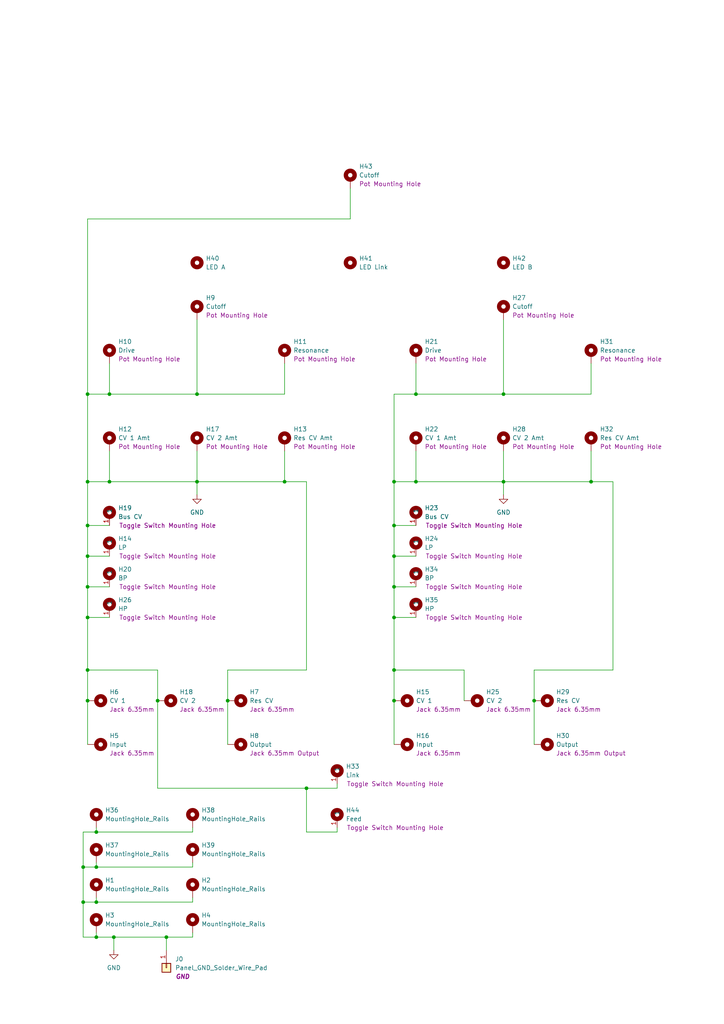
<source format=kicad_sch>
(kicad_sch (version 20231120) (generator "eeschema") (generator_version "8.0")
  (paper "A4" portrait)
  (title_block (title "Kosmo Format Front Panel - 10 cm") (company "DMH Instruments"))
  (lib_symbols
    (symbol "Mechanical:MountingHole" (pin_names (offset 1.016)) (exclude_from_sim yes) (in_bom no)
      (property "Reference" "H" (at 0 5.08 0))
      (property "Value" "MountingHole" (at 0 3.175 0))
      (symbol "MountingHole_0_1"
        (circle (center 0 0) (radius 1.27) (stroke (width 1.27)))
      )
    )
    (symbol "MountingHole_ToggleSwitch_1" (pin_names (offset 1.016)) (exclude_from_sim yes) (in_bom no)
      (property "Reference" "H" (at 0 5.08 0))
      (property "Value" "Function" (at 0 3.175 0))
      (property "Description" "Toggle Switch Mounting Hole" (at 0 0 0))
      (symbol "MountingHole_ToggleSwitch_1_0_1"
        (circle (center 0 0) (radius 1.27) (stroke (width 1.27)))
      )
      (symbol "MountingHole_ToggleSwitch_1_1_1"
        (pin input line (at 0 -3.81 90) (length 2.54) (name "1") (number "1"))
      )
    )
    (symbol "SynthStuff:MountingHole_Jack6.35mm_Output_v2" (pin_numbers hide) (pin_names (offset 1.016) hide) (exclude_from_sim yes) (in_bom no)
      (property "Reference" "H" (at 0 5.08 0))
      (property "Value" "SIGNAL NAME" (at 0 3.175 0))
      (property "Description" "Jack 6.35mm Output" (at 0.254 -3.302 0))
      (symbol "MountingHole_Jack6.35mm_Output_v2_0_1"
        (circle (center 0 0) (radius 1.27) (stroke (width 1.27)))
      )
      (symbol "MountingHole_Jack6.35mm_Output_v2_1_1"
        (pin input line (at -3.81 0 0) (length 2.54) (name "1") (number "1"))
      )
    )
    (symbol "SynthStuff:MountingHole_Jack6.35mm_v2" (pin_numbers hide) (pin_names (offset 1.016) hide) (exclude_from_sim yes) (in_bom no)
      (property "Reference" "H" (at 0 5.08 0))
      (property "Value" "SIGNAL NAME" (at 0 3.175 0))
      (property "Description" "Jack 6.35mm" (at 0 -3.048 0))
      (symbol "MountingHole_Jack6.35mm_v2_0_1"
        (circle (center 0 0) (radius 1.27) (stroke (width 1.27)))
      )
      (symbol "MountingHole_Jack6.35mm_v2_1_1"
        (pin input line (at -3.81 0 0) (length 2.54) (name "1") (number "1"))
      )
    )
    (symbol "SynthStuff:MountingHole_Pot" (pin_numbers hide) (pin_names (offset 1.016) hide) (exclude_from_sim yes) (in_bom no)
      (property "Reference" "H" (at 0 6.35 0))
      (property "Value" "Function" (at 0 4.445 0))
      (property "Description" "Pot Mounting Hole" (at 0 0 0))
      (symbol "MountingHole_Pot_0_1"
        (circle (center 0 1.27) (radius 1.27) (stroke (width 1.27)))
      )
      (symbol "MountingHole_Pot_1_1"
        (pin input line (at 0 -2.54 90) (length 2.54) (name "1") (number "1"))
      )
    )
    (symbol "SynthStuff:MountingHole_Rails" (pin_numbers hide) (pin_names (offset 1.016) hide) (exclude_from_sim yes) (in_bom no)
      (property "Reference" "H" (at 0 6.35 0))
      (property "Value" "MountingHole_Rails" (at 0 4.445 0))
      (symbol "MountingHole_Rails_0_1"
        (circle (center 0 1.27) (radius 1.27) (stroke (width 1.27)))
      )
      (symbol "MountingHole_Rails_1_1"
        (pin input line (at 0 -2.54 90) (length 2.54) (name "1") (number "1"))
      )
    )
    (symbol "SynthStuff:Panel_GND_Solder_Wire_Pad" (pin_names (offset 1.016) hide) (in_bom no)
      (property "Reference" "J" (at 0 2.54 0))
      (property "Value" "Panel_GND_Solder_Wire_Pad" (at 0 -5.08 0))
      (property "Function" "Panel GND" (at 0 -2.794 0))
      (symbol "Panel_GND_Solder_Wire_Pad_1_1"
        (rectangle (start -1.27 0.127) (end 0 -0.127) (stroke (width 0.1524)))
        (rectangle (start -1.27 1.27) (end 1.27 -1.27) (stroke (width 0.254)) (fill (type background)))
        (pin power_out line (at -5.08 0 0) (length 3.81) (name "Pin_1") (number "1"))
      )
    )
    (symbol "power:GND" (power) (pin_numbers hide) (pin_names (offset 0) hide)
      (property "Value" "GND" (at 0 -3.81 0))
      (symbol "GND_0_1"
        (polyline (pts (xy 0 0) (xy 0 -1.27) (xy 1.27 -1.27) (xy 0 -2.54) (xy -1.27 -1.27) (xy 0 -1.27)))
      )
      (symbol "GND_1_1"
        (pin power_in line (at 0 0 270) (length 0) (name "~") (number "1"))
      )
    )
  )
  (junction (at 114.3 139.7))
  (junction (at 25.4 139.7))
  (junction (at 25.4 114.3))
  (junction (at 88.9 228.6))
  (junction (at 27.94 241.3))
  (junction (at 57.15 114.3))
  (junction (at 25.4 152.4))
  (junction (at 27.94 251.46))
  (junction (at 171.45 139.7))
  (junction (at 114.3 194.31))
  (junction (at 25.4 203.2))
  (junction (at 120.65 114.3))
  (junction (at 114.3 161.29))
  (junction (at 25.4 179.07))
  (junction (at 114.3 170.18))
  (junction (at 114.3 152.4))
  (junction (at 31.75 114.3))
  (junction (at 45.72 203.2))
  (junction (at 146.05 139.7))
  (junction (at 146.05 114.3))
  (junction (at 120.65 139.7))
  (junction (at 66.04 203.2))
  (junction (at 27.94 271.78))
  (junction (at 57.15 139.7))
  (junction (at 114.3 179.07))
  (junction (at 33.02 271.78))
  (junction (at 25.4 161.29))
  (junction (at 114.3 203.2))
  (junction (at 48.26 271.78))
  (junction (at 27.94 261.62))
  (junction (at 25.4 170.18))
  (junction (at 25.4 194.31))
  (junction (at 154.94 203.2))
  (junction (at 24.13 251.46))
  (junction (at 31.75 139.7))
  (junction (at 24.13 261.62))
  (junction (at 82.55 139.7))
  (wire (pts (xy 57.15 114.3) (xy 82.55 114.3)))
  (wire (pts (xy 114.3 139.7) (xy 120.65 139.7)))
  (wire (pts (xy 27.94 241.3) (xy 27.94 240.03)))
  (wire (pts (xy 55.88 270.51) (xy 55.88 271.78)))
  (wire (pts (xy 24.13 251.46) (xy 24.13 261.62)))
  (wire (pts (xy 24.13 241.3) (xy 27.94 241.3)))
  (wire (pts (xy 25.4 161.29) (xy 25.4 152.4)))
  (wire (pts (xy 114.3 152.4) (xy 120.65 152.4)))
  (wire (pts (xy 82.55 105.41) (xy 82.55 114.3)))
  (wire (pts (xy 31.75 105.41) (xy 31.75 114.3)))
  (wire (pts (xy 88.9 194.31) (xy 88.9 139.7)))
  (wire (pts (xy 27.94 261.62) (xy 55.88 261.62)))
  (wire (pts (xy 27.94 271.78) (xy 27.94 270.51)))
  (wire (pts (xy 45.72 203.2) (xy 45.72 194.31)))
  (wire (pts (xy 114.3 194.31) (xy 134.62 194.31)))
  (wire (pts (xy 57.15 139.7) (xy 57.15 143.51)))
  (wire (pts (xy 27.94 251.46) (xy 55.88 251.46)))
  (wire (pts (xy 66.04 215.9) (xy 66.04 203.2)))
  (wire (pts (xy 24.13 271.78) (xy 27.94 271.78)))
  (wire (pts (xy 101.6 54.61) (xy 101.6 63.5)))
  (wire (pts (xy 25.4 170.18) (xy 25.4 179.07)))
  (wire (pts (xy 25.4 161.29) (xy 31.75 161.29)))
  (wire (pts (xy 57.15 139.7) (xy 82.55 139.7)))
  (wire (pts (xy 82.55 139.7) (xy 88.9 139.7)))
  (wire (pts (xy 97.79 228.6) (xy 88.9 228.6)))
  (wire (pts (xy 27.94 251.46) (xy 27.94 250.19)))
  (wire (pts (xy 48.26 271.78) (xy 48.26 275.59)))
  (wire (pts (xy 146.05 92.71) (xy 146.05 114.3)))
  (wire (pts (xy 97.79 227.33) (xy 97.79 228.6)))
  (wire (pts (xy 101.6 63.5) (xy 25.4 63.5)))
  (wire (pts (xy 25.4 114.3) (xy 25.4 139.7)))
  (wire (pts (xy 146.05 139.7) (xy 146.05 143.51)))
  (wire (pts (xy 82.55 130.81) (xy 82.55 139.7)))
  (wire (pts (xy 114.3 203.2) (xy 114.3 194.31)))
  (wire (pts (xy 25.4 194.31) (xy 45.72 194.31)))
  (wire (pts (xy 24.13 241.3) (xy 24.13 251.46)))
  (wire (pts (xy 55.88 240.03) (xy 55.88 241.3)))
  (wire (pts (xy 25.4 152.4) (xy 31.75 152.4)))
  (wire (pts (xy 177.8 194.31) (xy 177.8 139.7)))
  (wire (pts (xy 114.3 170.18) (xy 114.3 179.07)))
  (wire (pts (xy 25.4 179.07) (xy 25.4 194.31)))
  (wire (pts (xy 25.4 152.4) (xy 25.4 139.7)))
  (wire (pts (xy 57.15 92.71) (xy 57.15 114.3)))
  (wire (pts (xy 120.65 114.3) (xy 114.3 114.3)))
  (wire (pts (xy 25.4 161.29) (xy 25.4 170.18)))
  (wire (pts (xy 154.94 194.31) (xy 177.8 194.31)))
  (wire (pts (xy 88.9 228.6) (xy 88.9 241.3)))
  (wire (pts (xy 24.13 251.46) (xy 27.94 251.46)))
  (wire (pts (xy 24.13 261.62) (xy 27.94 261.62)))
  (wire (pts (xy 57.15 130.81) (xy 57.15 139.7)))
  (wire (pts (xy 120.65 139.7) (xy 146.05 139.7)))
  (wire (pts (xy 171.45 130.81) (xy 171.45 139.7)))
  (wire (pts (xy 134.62 203.2) (xy 134.62 194.31)))
  (wire (pts (xy 33.02 271.78) (xy 33.02 275.59)))
  (wire (pts (xy 24.13 261.62) (xy 24.13 271.78)))
  (wire (pts (xy 114.3 179.07) (xy 114.3 194.31)))
  (wire (pts (xy 55.88 260.35) (xy 55.88 261.62)))
  (wire (pts (xy 120.65 114.3) (xy 146.05 114.3)))
  (wire (pts (xy 25.4 215.9) (xy 25.4 203.2)))
  (wire (pts (xy 25.4 170.18) (xy 31.75 170.18)))
  (wire (pts (xy 31.75 139.7) (xy 57.15 139.7)))
  (wire (pts (xy 25.4 139.7) (xy 31.75 139.7)))
  (wire (pts (xy 114.3 179.07) (xy 120.65 179.07)))
  (wire (pts (xy 31.75 114.3) (xy 25.4 114.3)))
  (wire (pts (xy 146.05 139.7) (xy 171.45 139.7)))
  (wire (pts (xy 114.3 161.29) (xy 120.65 161.29)))
  (wire (pts (xy 27.94 261.62) (xy 27.94 260.35)))
  (wire (pts (xy 88.9 228.6) (xy 45.72 228.6)))
  (wire (pts (xy 114.3 152.4) (xy 114.3 139.7)))
  (wire (pts (xy 27.94 241.3) (xy 55.88 241.3)))
  (wire (pts (xy 55.88 250.19) (xy 55.88 251.46)))
  (wire (pts (xy 45.72 203.2) (xy 45.72 228.6)))
  (wire (pts (xy 146.05 114.3) (xy 171.45 114.3)))
  (wire (pts (xy 114.3 114.3) (xy 114.3 139.7)))
  (wire (pts (xy 171.45 105.41) (xy 171.45 114.3)))
  (wire (pts (xy 25.4 63.5) (xy 25.4 114.3)))
  (wire (pts (xy 97.79 240.03) (xy 97.79 241.3)))
  (wire (pts (xy 146.05 130.81) (xy 146.05 139.7)))
  (wire (pts (xy 66.04 194.31) (xy 88.9 194.31)))
  (wire (pts (xy 48.26 271.78) (xy 55.88 271.78)))
  (wire (pts (xy 154.94 215.9) (xy 154.94 203.2)))
  (wire (pts (xy 114.3 215.9) (xy 114.3 203.2)))
  (wire (pts (xy 114.3 170.18) (xy 120.65 170.18)))
  (wire (pts (xy 114.3 161.29) (xy 114.3 152.4)))
  (wire (pts (xy 25.4 203.2) (xy 25.4 194.31)))
  (wire (pts (xy 66.04 203.2) (xy 66.04 194.31)))
  (wire (pts (xy 120.65 130.81) (xy 120.65 139.7)))
  (wire (pts (xy 27.94 271.78) (xy 33.02 271.78)))
  (wire (pts (xy 31.75 130.81) (xy 31.75 139.7)))
  (wire (pts (xy 171.45 139.7) (xy 177.8 139.7)))
  (wire (pts (xy 25.4 179.07) (xy 31.75 179.07)))
  (wire (pts (xy 31.75 114.3) (xy 57.15 114.3)))
  (wire (pts (xy 114.3 161.29) (xy 114.3 170.18)))
  (wire (pts (xy 120.65 105.41) (xy 120.65 114.3)))
  (wire (pts (xy 154.94 203.2) (xy 154.94 194.31)))
  (wire (pts (xy 97.79 241.3) (xy 88.9 241.3)))
  (wire (pts (xy 33.02 271.78) (xy 48.26 271.78)))
  (symbol (lib_name "MountingHole_ToggleSwitch_1") (lib_id "SynthStuff:MountingHole_ToggleSwitch") (at 120.65 148.59 0) (unit 1) (exclude_from_sim yes) (in_bom no)
    (property "Reference" "H23" (at 123.19 147.3199 0) (effects (justify left)))
    (property "Value" "Bus CV" (at 123.19 149.8599 0) (effects (justify left)))
    (property "Footprint" "SynthStuff:Toggle_Switch_Cutout" (effects (hide yes)))
    (property "Description" "Toggle Switch Mounting Hole" (at 123.444 152.4 0) (effects (justify left)))
    (property "Function" "Bus CV" (effects (hide yes)))
  )
  (symbol (lib_id "power:GND") (at 57.15 143.51 0) (unit 1)
    (property "Reference" "#PWR02" (effects (hide yes)))
    (property "Value" "GND" (at 57.15 148.59 0))
    (property "Description" "Power symbol creates a global label with name \"GND\" , ground" (effects (hide yes)))
  )
  (symbol (lib_id "SynthStuff:MountingHole_Pot") (at 120.65 102.87 0) (unit 1) (exclude_from_sim yes) (in_bom no)
    (property "Reference" "H21" (at 123.19 99.0599 0) (effects (justify left)))
    (property "Value" "Drive" (at 123.19 101.5999 0) (effects (justify left)))
    (property "Footprint" "SynthStuff:Pot_Cutout_Small" (effects (hide yes)))
    (property "Description" "Pot Mounting Hole" (at 123.19 104.1399 0) (effects (justify left)))
  )
  (symbol (lib_id "SynthStuff:MountingHole_Rails") (at 55.88 257.81 0) (unit 1) (exclude_from_sim yes) (in_bom no)
    (property "Reference" "H2" (at 58.42 255.2699 0) (effects (justify left)))
    (property "Value" "MountingHole_Rails" (at 58.42 257.8099 0) (effects (justify left)))
    (property "Footprint" "SynthStuff:MountingHole_Rails" (effects (hide yes)))
    (property "Description" "Mounting Hole with connection" (effects (hide yes)))
  )
  (symbol (lib_id "SynthStuff:MountingHole_Pot") (at 82.55 102.87 0) (unit 1) (exclude_from_sim yes) (in_bom no)
    (property "Reference" "H11" (at 85.09 99.0599 0) (effects (justify left)))
    (property "Value" "Resonance" (at 85.09 101.5999 0) (effects (justify left)))
    (property "Footprint" "SynthStuff:Pot_Cutout_Small" (effects (hide yes)))
    (property "Description" "Pot Mounting Hole" (at 85.09 104.1399 0) (effects (justify left)))
  )
  (symbol (lib_id "SynthStuff:MountingHole_Pot") (at 120.65 128.27 0) (unit 1) (exclude_from_sim yes) (in_bom no)
    (property "Reference" "H22" (at 123.19 124.4599 0) (effects (justify left)))
    (property "Value" "CV 1 Amt" (at 123.19 126.9999 0) (effects (justify left)))
    (property "Footprint" "SynthStuff:Pot_Cutout_Tiny_attv" (effects (hide yes)))
    (property "Description" "Pot Mounting Hole" (at 123.19 129.5399 0) (effects (justify left)))
  )
  (symbol (lib_id "SynthStuff:MountingHole_Jack6.35mm_v2") (at 138.43 203.2 0) (unit 1) (exclude_from_sim yes) (in_bom no)
    (property "Reference" "H25" (at 140.97 200.6599 0) (effects (justify left)))
    (property "Value" "CV 2" (at 140.97 203.1999 0) (effects (justify left)))
    (property "Footprint" "SynthStuff:Jack_6.35mm_Cutout_v3" (effects (hide yes)))
    (property "Description" "Jack 6.35mm" (at 140.97 205.7399 0) (effects (justify left)))
  )
  (symbol (lib_id "SynthStuff:MountingHole_Jack6.35mm_v2") (at 69.85 203.2 0) (unit 1) (exclude_from_sim yes) (in_bom no)
    (property "Reference" "H7" (at 72.39 200.6599 0) (effects (justify left)))
    (property "Value" "Res CV" (at 72.39 203.1999 0) (effects (justify left)))
    (property "Footprint" "SynthStuff:Jack_6.35mm_Cutout_v3" (effects (hide yes)))
    (property "Description" "Jack 6.35mm" (at 72.39 205.7399 0) (effects (justify left)))
  )
  (symbol (lib_id "SynthStuff:MountingHole_Rails") (at 27.94 237.49 0) (unit 1) (exclude_from_sim yes) (in_bom no)
    (property "Reference" "H36" (at 30.48 234.9499 0) (effects (justify left)))
    (property "Value" "MountingHole_Rails" (at 30.48 237.4899 0) (effects (justify left)))
    (property "Footprint" "SynthStuff:MountingHole_Rails" (effects (hide yes)))
    (property "Description" "Mounting Hole with connection" (effects (hide yes)))
  )
  (symbol (lib_id "SynthStuff:MountingHole_Pot") (at 101.6 52.07 0) (unit 1) (exclude_from_sim yes) (in_bom no)
    (property "Reference" "H43" (at 104.14 48.2599 0) (effects (justify left)))
    (property "Value" "Cutoff" (at 104.14 50.7999 0) (effects (justify left)))
    (property "Footprint" "SynthStuff:Pot_Cutout_Huge_v2" (effects (hide yes)))
    (property "Description" "Pot Mounting Hole" (at 104.14 53.3399 0) (effects (justify left)))
  )
  (symbol (lib_name "MountingHole_ToggleSwitch_1") (lib_id "SynthStuff:MountingHole_ToggleSwitch") (at 31.75 175.26 0) (unit 1) (exclude_from_sim yes) (in_bom no)
    (property "Reference" "H26" (at 34.29 173.9899 0) (effects (justify left)))
    (property "Value" "HP" (at 34.29 176.5299 0) (effects (justify left)))
    (property "Footprint" "SynthStuff:Toggle_Switch_Cutout" (effects (hide yes)))
    (property "Description" "Toggle Switch Mounting Hole" (at 34.544 179.07 0) (effects (justify left)))
    (property "Function" "LP" (effects (hide yes)))
  )
  (symbol (lib_id "SynthStuff:MountingHole_Pot") (at 171.45 128.27 0) (unit 1) (exclude_from_sim yes) (in_bom no)
    (property "Reference" "H32" (at 173.99 124.4599 0) (effects (justify left)))
    (property "Value" "Res CV Amt" (at 173.99 126.9999 0) (effects (justify left)))
    (property "Footprint" "SynthStuff:Pot_Cutout_Tiny_attv" (effects (hide yes)))
    (property "Description" "Pot Mounting Hole" (at 173.99 129.5399 0) (effects (justify left)))
  )
  (symbol (lib_name "MountingHole_ToggleSwitch_1") (lib_id "SynthStuff:MountingHole_ToggleSwitch") (at 31.75 148.59 0) (unit 1) (exclude_from_sim yes) (in_bom no)
    (property "Reference" "H19" (at 34.29 147.3199 0) (effects (justify left)))
    (property "Value" "Bus CV" (at 34.29 149.8599 0) (effects (justify left)))
    (property "Footprint" "SynthStuff:Toggle_Switch_Cutout" (effects (hide yes)))
    (property "Description" "Toggle Switch Mounting Hole" (at 34.544 152.4 0) (effects (justify left)))
    (property "Function" "Bus CV" (effects (hide yes)))
  )
  (symbol (lib_name "MountingHole_ToggleSwitch_1") (lib_id "SynthStuff:MountingHole_ToggleSwitch") (at 97.79 223.52 0) (unit 1) (exclude_from_sim yes) (in_bom no)
    (property "Reference" "H33" (at 100.33 222.2499 0) (effects (justify left)))
    (property "Value" "Link" (at 100.33 224.7899 0) (effects (justify left)))
    (property "Footprint" "SynthStuff:Toggle_Switch_Cutout" (effects (hide yes)))
    (property "Description" "Toggle Switch Mounting Hole" (at 100.584 227.33 0) (effects (justify left)))
    (property "Function" "Bus CV" (effects (hide yes)))
  )
  (symbol (lib_id "SynthStuff:MountingHole_Pot") (at 57.15 90.17 0) (unit 1) (exclude_from_sim yes) (in_bom no)
    (property "Reference" "H9" (at 59.69 86.3599 0) (effects (justify left)))
    (property "Value" "Cutoff" (at 59.69 88.8999 0) (effects (justify left)))
    (property "Footprint" "SynthStuff:Pot_Cutout_Medium_v2" (effects (hide yes)))
    (property "Description" "Pot Mounting Hole" (at 59.69 91.4399 0) (effects (justify left)))
  )
  (symbol (lib_id "SynthStuff:MountingHole_Pot") (at 31.75 128.27 0) (unit 1) (exclude_from_sim yes) (in_bom no)
    (property "Reference" "H12" (at 34.29 124.4599 0) (effects (justify left)))
    (property "Value" "CV 1 Amt" (at 34.29 126.9999 0) (effects (justify left)))
    (property "Footprint" "SynthStuff:Pot_Cutout_Tiny_attv" (effects (hide yes)))
    (property "Description" "Pot Mounting Hole" (at 34.29 129.5399 0) (effects (justify left)))
  )
  (symbol (lib_id "SynthStuff:MountingHole_Pot") (at 82.55 128.27 0) (unit 1) (exclude_from_sim yes) (in_bom no)
    (property "Reference" "H13" (at 85.09 124.4599 0) (effects (justify left)))
    (property "Value" "Res CV Amt" (at 85.09 126.9999 0) (effects (justify left)))
    (property "Footprint" "SynthStuff:Pot_Cutout_Tiny_attv" (effects (hide yes)))
    (property "Description" "Pot Mounting Hole" (at 85.09 129.5399 0) (effects (justify left)))
  )
  (symbol (lib_id "SynthStuff:MountingHole_Rails") (at 55.88 247.65 0) (unit 1) (exclude_from_sim yes) (in_bom no)
    (property "Reference" "H39" (at 58.42 245.1099 0) (effects (justify left)))
    (property "Value" "MountingHole_Rails" (at 58.42 247.6499 0) (effects (justify left)))
    (property "Footprint" "SynthStuff:MountingHole_Rails" (effects (hide yes)))
    (property "Description" "Mounting Hole with connection" (effects (hide yes)))
  )
  (symbol (lib_id "power:GND") (at 146.05 143.51 0) (unit 1)
    (property "Reference" "#PWR03" (effects (hide yes)))
    (property "Value" "GND" (at 146.05 148.59 0))
    (property "Description" "Power symbol creates a global label with name \"GND\" , ground" (effects (hide yes)))
  )
  (symbol (lib_id "power:GND") (at 33.02 275.59 0) (unit 1)
    (property "Reference" "#PWR01" (effects (hide yes)))
    (property "Value" "GND" (at 33.02 280.67 0))
    (property "Description" "Power symbol creates a global label with name \"GND\" , ground" (effects (hide yes)))
  )
  (symbol (lib_id "SynthStuff:MountingHole_Jack6.35mm_v2") (at 118.11 203.2 0) (unit 1) (exclude_from_sim yes) (in_bom no)
    (property "Reference" "H15" (at 120.65 200.6599 0) (effects (justify left)))
    (property "Value" "CV 1" (at 120.65 203.1999 0) (effects (justify left)))
    (property "Footprint" "SynthStuff:Jack_6.35mm_Cutout_v3" (effects (hide yes)))
    (property "Description" "Jack 6.35mm" (at 120.65 205.7399 0) (effects (justify left)))
  )
  (symbol (lib_name "MountingHole_ToggleSwitch_1") (lib_id "SynthStuff:MountingHole_ToggleSwitch") (at 31.75 157.48 0) (unit 1) (exclude_from_sim yes) (in_bom no)
    (property "Reference" "H14" (at 34.29 156.2099 0) (effects (justify left)))
    (property "Value" "LP" (at 34.29 158.7499 0) (effects (justify left)))
    (property "Footprint" "SynthStuff:Toggle_Switch_Cutout" (effects (hide yes)))
    (property "Description" "Toggle Switch Mounting Hole" (at 34.544 161.29 0) (effects (justify left)))
    (property "Function" "LP" (effects (hide yes)))
  )
  (symbol (lib_id "SynthStuff:MountingHole_Jack6.35mm_v2") (at 29.21 215.9 0) (unit 1) (exclude_from_sim yes) (in_bom no)
    (property "Reference" "H5" (at 31.75 213.3599 0) (effects (justify left)))
    (property "Value" "Input" (at 31.75 215.8999 0) (effects (justify left)))
    (property "Footprint" "SynthStuff:Jack_6.35mm_Cutout_v3" (effects (hide yes)))
    (property "Description" "Jack 6.35mm" (at 31.75 218.4399 0) (effects (justify left)))
  )
  (symbol (lib_id "Mechanical:MountingHole") (at 146.05 76.2 0) (unit 1) (exclude_from_sim yes) (in_bom no)
    (property "Reference" "H42" (at 148.59 74.9299 0) (effects (justify left)))
    (property "Value" "LED B" (at 148.59 77.4699 0) (effects (justify left)))
    (property "Footprint" "SynthStuff:MountingHole_LED_3mm" (effects (hide yes)))
    (property "Description" "Mounting Hole without connection" (effects (hide yes)))
  )
  (symbol (lib_id "Mechanical:MountingHole") (at 101.6 76.2 0) (unit 1) (exclude_from_sim yes) (in_bom no)
    (property "Reference" "H41" (at 104.14 74.9299 0) (effects (justify left)))
    (property "Value" "LED Link" (at 104.14 77.4699 0) (effects (justify left)))
    (property "Footprint" "SynthStuff:MountingHole_LED_3mm" (effects (hide yes)))
    (property "Description" "Mounting Hole without connection" (effects (hide yes)))
  )
  (symbol (lib_id "SynthStuff:MountingHole_Jack6.35mm_Output_v2") (at 158.75 215.9 0) (unit 1) (exclude_from_sim yes) (in_bom no)
    (property "Reference" "H30" (at 161.29 213.3599 0) (effects (justify left)))
    (property "Value" "Output" (at 161.29 215.8999 0) (effects (justify left)))
    (property "Footprint" "SynthStuff:Jack_6.35mm_Cutout_Output_v6" (effects (hide yes)))
    (property "Description" "Jack 6.35mm Output" (at 161.29 218.4399 0) (effects (justify left)))
  )
  (symbol (lib_name "MountingHole_ToggleSwitch_1") (lib_id "SynthStuff:MountingHole_ToggleSwitch") (at 120.65 166.37 0) (unit 1) (exclude_from_sim yes) (in_bom no)
    (property "Reference" "H34" (at 123.19 165.0999 0) (effects (justify left)))
    (property "Value" "BP" (at 123.19 167.6399 0) (effects (justify left)))
    (property "Footprint" "SynthStuff:Toggle_Switch_Cutout" (effects (hide yes)))
    (property "Description" "Toggle Switch Mounting Hole" (at 123.444 170.18 0) (effects (justify left)))
    (property "Function" "LP" (effects (hide yes)))
  )
  (symbol (lib_id "Mechanical:MountingHole") (at 57.15 76.2 0) (unit 1) (exclude_from_sim yes) (in_bom no)
    (property "Reference" "H40" (at 59.69 74.9299 0) (effects (justify left)))
    (property "Value" "LED A" (at 59.69 77.4699 0) (effects (justify left)))
    (property "Footprint" "SynthStuff:MountingHole_LED_3mm" (effects (hide yes)))
    (property "Description" "Mounting Hole without connection" (effects (hide yes)))
  )
  (symbol (lib_name "MountingHole_ToggleSwitch_1") (lib_id "SynthStuff:MountingHole_ToggleSwitch") (at 97.79 236.22 0) (unit 1) (exclude_from_sim yes) (in_bom no)
    (property "Reference" "H44" (at 100.33 234.9499 0) (effects (justify left)))
    (property "Value" "Feed" (at 100.33 237.4899 0) (effects (justify left)))
    (property "Footprint" "SynthStuff:Toggle_Switch_Cutout" (effects (hide yes)))
    (property "Description" "Toggle Switch Mounting Hole" (at 100.584 240.03 0) (effects (justify left)))
    (property "Function" "Bus CV" (effects (hide yes)))
  )
  (symbol (lib_id "SynthStuff:MountingHole_Rails") (at 27.94 247.65 0) (unit 1) (exclude_from_sim yes) (in_bom no)
    (property "Reference" "H37" (at 30.48 245.1099 0) (effects (justify left)))
    (property "Value" "MountingHole_Rails" (at 30.48 247.6499 0) (effects (justify left)))
    (property "Footprint" "SynthStuff:MountingHole_Rails" (effects (hide yes)))
    (property "Description" "Mounting Hole with connection" (effects (hide yes)))
  )
  (symbol (lib_id "SynthStuff:MountingHole_Rails") (at 55.88 237.49 0) (unit 1) (exclude_from_sim yes) (in_bom no)
    (property "Reference" "H38" (at 58.42 234.9499 0) (effects (justify left)))
    (property "Value" "MountingHole_Rails" (at 58.42 237.4899 0) (effects (justify left)))
    (property "Footprint" "SynthStuff:MountingHole_Rails" (effects (hide yes)))
    (property "Description" "Mounting Hole with connection" (effects (hide yes)))
  )
  (symbol (lib_id "SynthStuff:MountingHole_Rails") (at 27.94 267.97 0) (unit 1) (exclude_from_sim yes) (in_bom no)
    (property "Reference" "H3" (at 30.48 265.4299 0) (effects (justify left)))
    (property "Value" "MountingHole_Rails" (at 30.48 267.9699 0) (effects (justify left)))
    (property "Footprint" "SynthStuff:MountingHole_Rails" (effects (hide yes)))
    (property "Description" "Mounting Hole with connection" (effects (hide yes)))
  )
  (symbol (lib_id "SynthStuff:MountingHole_Jack6.35mm_Output_v2") (at 69.85 215.9 0) (unit 1) (exclude_from_sim yes) (in_bom no)
    (property "Reference" "H8" (at 72.39 213.3599 0) (effects (justify left)))
    (property "Value" "Output" (at 72.39 215.8999 0) (effects (justify left)))
    (property "Footprint" "SynthStuff:Jack_6.35mm_Cutout_Output_v6" (effects (hide yes)))
    (property "Description" "Jack 6.35mm Output" (at 72.39 218.4399 0) (effects (justify left)))
  )
  (symbol (lib_id "SynthStuff:MountingHole_Pot") (at 57.15 128.27 0) (unit 1) (exclude_from_sim yes) (in_bom no)
    (property "Reference" "H17" (at 59.69 124.4599 0) (effects (justify left)))
    (property "Value" "CV 2 Amt" (at 59.69 126.9999 0) (effects (justify left)))
    (property "Footprint" "SynthStuff:Pot_Cutout_Tiny_attv" (effects (hide yes)))
    (property "Description" "Pot Mounting Hole" (at 59.69 129.5399 0) (effects (justify left)))
  )
  (symbol (lib_name "MountingHole_ToggleSwitch_1") (lib_id "SynthStuff:MountingHole_ToggleSwitch") (at 120.65 157.48 0) (unit 1) (exclude_from_sim yes) (in_bom no)
    (property "Reference" "H24" (at 123.19 156.2099 0) (effects (justify left)))
    (property "Value" "LP" (at 123.19 158.7499 0) (effects (justify left)))
    (property "Footprint" "SynthStuff:Toggle_Switch_Cutout" (effects (hide yes)))
    (property "Description" "Toggle Switch Mounting Hole" (at 123.444 161.29 0) (effects (justify left)))
    (property "Function" "LP" (effects (hide yes)))
  )
  (symbol (lib_id "SynthStuff:MountingHole_Pot") (at 171.45 102.87 0) (unit 1) (exclude_from_sim yes) (in_bom no)
    (property "Reference" "H31" (at 173.99 99.0599 0) (effects (justify left)))
    (property "Value" "Resonance" (at 173.99 101.5999 0) (effects (justify left)))
    (property "Footprint" "SynthStuff:Pot_Cutout_Small" (effects (hide yes)))
    (property "Description" "Pot Mounting Hole" (at 173.99 104.1399 0) (effects (justify left)))
  )
  (symbol (lib_name "MountingHole_ToggleSwitch_1") (lib_id "SynthStuff:MountingHole_ToggleSwitch") (at 31.75 166.37 0) (unit 1) (exclude_from_sim yes) (in_bom no)
    (property "Reference" "H20" (at 34.29 165.0999 0) (effects (justify left)))
    (property "Value" "BP" (at 34.29 167.6399 0) (effects (justify left)))
    (property "Footprint" "SynthStuff:Toggle_Switch_Cutout" (effects (hide yes)))
    (property "Description" "Toggle Switch Mounting Hole" (at 34.544 170.18 0) (effects (justify left)))
    (property "Function" "LP" (effects (hide yes)))
  )
  (symbol (lib_id "SynthStuff:MountingHole_Pot") (at 146.05 128.27 0) (unit 1) (exclude_from_sim yes) (in_bom no)
    (property "Reference" "H28" (at 148.59 124.4599 0) (effects (justify left)))
    (property "Value" "CV 2 Amt" (at 148.59 126.9999 0) (effects (justify left)))
    (property "Footprint" "SynthStuff:Pot_Cutout_Tiny_attv" (effects (hide yes)))
    (property "Description" "Pot Mounting Hole" (at 148.59 129.5399 0) (effects (justify left)))
  )
  (symbol (lib_id "SynthStuff:MountingHole_Jack6.35mm_v2") (at 158.75 203.2 0) (unit 1) (exclude_from_sim yes) (in_bom no)
    (property "Reference" "H29" (at 161.29 200.6599 0) (effects (justify left)))
    (property "Value" "Res CV" (at 161.29 203.1999 0) (effects (justify left)))
    (property "Footprint" "SynthStuff:Jack_6.35mm_Cutout_v3" (effects (hide yes)))
    (property "Description" "Jack 6.35mm" (at 161.29 205.7399 0) (effects (justify left)))
  )
  (symbol (lib_id "SynthStuff:MountingHole_Pot") (at 146.05 90.17 0) (unit 1) (exclude_from_sim yes) (in_bom no)
    (property "Reference" "H27" (at 148.59 86.3599 0) (effects (justify left)))
    (property "Value" "Cutoff" (at 148.59 88.8999 0) (effects (justify left)))
    (property "Footprint" "SynthStuff:Pot_Cutout_Medium_v2" (effects (hide yes)))
    (property "Description" "Pot Mounting Hole" (at 148.59 91.4399 0) (effects (justify left)))
  )
  (symbol (lib_id "SynthStuff:MountingHole_Jack6.35mm_v2") (at 49.53 203.2 0) (unit 1) (exclude_from_sim yes) (in_bom no)
    (property "Reference" "H18" (at 52.07 200.6599 0) (effects (justify left)))
    (property "Value" "CV 2" (at 52.07 203.1999 0) (effects (justify left)))
    (property "Footprint" "SynthStuff:Jack_6.35mm_Cutout_v3" (effects (hide yes)))
    (property "Description" "Jack 6.35mm" (at 52.07 205.7399 0) (effects (justify left)))
  )
  (symbol (lib_id "SynthStuff:MountingHole_Pot") (at 31.75 102.87 0) (unit 1) (exclude_from_sim yes) (in_bom no)
    (property "Reference" "H10" (at 34.29 99.0599 0) (effects (justify left)))
    (property "Value" "Drive" (at 34.29 101.5999 0) (effects (justify left)))
    (property "Footprint" "SynthStuff:Pot_Cutout_Small" (effects (hide yes)))
    (property "Description" "Pot Mounting Hole" (at 34.29 104.1399 0) (effects (justify left)))
  )
  (symbol (lib_id "SynthStuff:MountingHole_Jack6.35mm_v2") (at 118.11 215.9 0) (unit 1) (exclude_from_sim yes) (in_bom no)
    (property "Reference" "H16" (at 120.65 213.3599 0) (effects (justify left)))
    (property "Value" "Input" (at 120.65 215.8999 0) (effects (justify left)))
    (property "Footprint" "SynthStuff:Jack_6.35mm_Cutout_v3" (effects (hide yes)))
    (property "Description" "Jack 6.35mm" (at 120.65 218.4399 0) (effects (justify left)))
  )
  (symbol (lib_id "SynthStuff:MountingHole_Rails") (at 55.88 267.97 0) (unit 1) (exclude_from_sim yes) (in_bom no)
    (property "Reference" "H4" (at 58.42 265.4299 0) (effects (justify left)))
    (property "Value" "MountingHole_Rails" (at 58.42 267.9699 0) (effects (justify left)))
    (property "Footprint" "SynthStuff:MountingHole_Rails" (effects (hide yes)))
    (property "Description" "Mounting Hole with connection" (effects (hide yes)))
  )
  (symbol (lib_id "SynthStuff:MountingHole_Jack6.35mm_v2") (at 29.21 203.2 0) (unit 1) (exclude_from_sim yes) (in_bom no)
    (property "Reference" "H6" (at 31.75 200.6599 0) (effects (justify left)))
    (property "Value" "CV 1" (at 31.75 203.1999 0) (effects (justify left)))
    (property "Footprint" "SynthStuff:Jack_6.35mm_Cutout_v3" (effects (hide yes)))
    (property "Description" "Jack 6.35mm" (at 31.75 205.7399 0) (effects (justify left)))
  )
  (symbol (lib_id "SynthStuff:Panel_GND_Solder_Wire_Pad") (at 48.26 280.67 270) (unit 1) (in_bom no)
    (property "Reference" "J0" (at 50.8 278.1299 90) (effects (justify left)))
    (property "Value" "Panel_GND_Solder_Wire_Pad" (at 50.8 280.6699 90) (effects (justify left)))
    (property "Footprint" "SynthStuff:Panel_GND_SolderWirePad_5x10mm" (effects (hide yes)))
    (property "Description" "Solder pad to allow connection between PCB and Front Panel" (effects (hide yes)))
    (property "Function" "GND" (at 50.8 283.21 90) (effects (font (thickness 0.254) (bold yes) (italic yes)) (justify left)))
  )
  (symbol (lib_name "MountingHole_ToggleSwitch_1") (lib_id "SynthStuff:MountingHole_ToggleSwitch") (at 120.65 175.26 0) (unit 1) (exclude_from_sim yes) (in_bom no)
    (property "Reference" "H35" (at 123.19 173.9899 0) (effects (justify left)))
    (property "Value" "HP" (at 123.19 176.5299 0) (effects (justify left)))
    (property "Footprint" "SynthStuff:Toggle_Switch_Cutout" (effects (hide yes)))
    (property "Description" "Toggle Switch Mounting Hole" (at 123.444 179.07 0) (effects (justify left)))
    (property "Function" "LP" (effects (hide yes)))
  )
  (symbol (lib_id "SynthStuff:MountingHole_Rails") (at 27.94 257.81 0) (unit 1) (exclude_from_sim yes) (in_bom no)
    (property "Reference" "H1" (at 30.48 255.2699 0) (effects (justify left)))
    (property "Value" "MountingHole_Rails" (at 30.48 257.8099 0) (effects (justify left)))
    (property "Footprint" "SynthStuff:MountingHole_Rails" (effects (hide yes)))
    (property "Description" "Mounting Hole with connection" (effects (hide yes)))
  )
)
</source>
